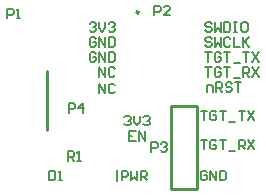
<source format=gto>
G04*
G04 #@! TF.GenerationSoftware,Altium Limited,Altium Designer,19.1.7 (138)*
G04*
G04 Layer_Color=65535*
%FSLAX25Y25*%
%MOIN*%
G70*
G01*
G75*
%ADD10C,0.00984*%
%ADD11C,0.00591*%
%ADD12C,0.01000*%
D10*
X51394Y-3500D02*
G03*
X51394Y-3500I-394J0D01*
G01*
D11*
X43980Y-59734D02*
Y-56150D01*
X46591Y-38590D02*
X47115Y-38065D01*
X48165D01*
X48690Y-38590D01*
Y-39115D01*
X48165Y-39640D01*
X47640D01*
X48165D01*
X48690Y-40164D01*
Y-40689D01*
X48165Y-41214D01*
X47115D01*
X46591Y-40689D01*
X49739Y-38065D02*
Y-40164D01*
X50789Y-41214D01*
X51838Y-40164D01*
Y-38065D01*
X52888Y-38590D02*
X53412Y-38065D01*
X54462D01*
X54987Y-38590D01*
Y-39115D01*
X54462Y-39640D01*
X53937D01*
X54462D01*
X54987Y-40164D01*
Y-40689D01*
X54462Y-41214D01*
X53412D01*
X52888Y-40689D01*
X50264Y-43261D02*
X48165D01*
Y-46409D01*
X50264D01*
X48165Y-44835D02*
X49214D01*
X51313Y-46409D02*
Y-43261D01*
X53412Y-46409D01*
Y-43261D01*
X74000Y-30000D02*
Y-27901D01*
X75574D01*
X76099Y-28426D01*
Y-30000D01*
X77149D02*
Y-26851D01*
X78723D01*
X79248Y-27376D01*
Y-28426D01*
X78723Y-28951D01*
X77149D01*
X78198D02*
X79248Y-30000D01*
X82396Y-27376D02*
X81871Y-26851D01*
X80822D01*
X80297Y-27376D01*
Y-27901D01*
X80822Y-28426D01*
X81871D01*
X82396Y-28951D01*
Y-29475D01*
X81871Y-30000D01*
X80822D01*
X80297Y-29475D01*
X83446Y-26851D02*
X85545D01*
X84495D01*
Y-30000D01*
X38149Y-30500D02*
Y-27351D01*
X40248Y-30500D01*
Y-27351D01*
X43396Y-27876D02*
X42871Y-27351D01*
X41822D01*
X41297Y-27876D01*
Y-29975D01*
X41822Y-30500D01*
X42871D01*
X43396Y-29975D01*
X73500Y-21851D02*
X75599D01*
X74550D01*
Y-25000D01*
X78748Y-22376D02*
X78223Y-21851D01*
X77173D01*
X76649Y-22376D01*
Y-24475D01*
X77173Y-25000D01*
X78223D01*
X78748Y-24475D01*
Y-23426D01*
X77698D01*
X79797Y-21851D02*
X81896D01*
X80847D01*
Y-25000D01*
X82946Y-25525D02*
X85045D01*
X86094Y-25000D02*
Y-21851D01*
X87669D01*
X88193Y-22376D01*
Y-23426D01*
X87669Y-23950D01*
X86094D01*
X87144D02*
X88193Y-25000D01*
X89243Y-21851D02*
X91342Y-25000D01*
Y-21851D02*
X89243Y-25000D01*
X38149D02*
Y-21851D01*
X40248Y-25000D01*
Y-21851D01*
X43396Y-22376D02*
X42871Y-21851D01*
X41822D01*
X41297Y-22376D01*
Y-24475D01*
X41822Y-25000D01*
X42871D01*
X43396Y-24475D01*
X73500Y-16851D02*
X75599D01*
X74550D01*
Y-20000D01*
X78748Y-17376D02*
X78223Y-16851D01*
X77173D01*
X76649Y-17376D01*
Y-19475D01*
X77173Y-20000D01*
X78223D01*
X78748Y-19475D01*
Y-18426D01*
X77698D01*
X79797Y-16851D02*
X81896D01*
X80847D01*
Y-20000D01*
X82946Y-20525D02*
X85045D01*
X86094Y-16851D02*
X88193D01*
X87144D01*
Y-20000D01*
X89243Y-16851D02*
X91342Y-20000D01*
Y-16851D02*
X89243Y-20000D01*
X37099Y-17376D02*
X36574Y-16851D01*
X35525D01*
X35000Y-17376D01*
Y-19475D01*
X35525Y-20000D01*
X36574D01*
X37099Y-19475D01*
Y-18426D01*
X36050D01*
X38149Y-20000D02*
Y-16851D01*
X40248Y-20000D01*
Y-16851D01*
X41297D02*
Y-20000D01*
X42871D01*
X43396Y-19475D01*
Y-17376D01*
X42871Y-16851D01*
X41297D01*
X75599Y-12376D02*
X75074Y-11851D01*
X74025D01*
X73500Y-12376D01*
Y-12901D01*
X74025Y-13426D01*
X75074D01*
X75599Y-13950D01*
Y-14475D01*
X75074Y-15000D01*
X74025D01*
X73500Y-14475D01*
X76649Y-11851D02*
Y-15000D01*
X77698Y-13950D01*
X78748Y-15000D01*
Y-11851D01*
X81896Y-12376D02*
X81371Y-11851D01*
X80322D01*
X79797Y-12376D01*
Y-14475D01*
X80322Y-15000D01*
X81371D01*
X81896Y-14475D01*
X82946Y-11851D02*
Y-15000D01*
X85045D01*
X86094Y-11851D02*
Y-15000D01*
Y-13950D01*
X88193Y-11851D01*
X86619Y-13426D01*
X88193Y-15000D01*
X37099Y-12376D02*
X36574Y-11851D01*
X35525D01*
X35000Y-12376D01*
Y-14475D01*
X35525Y-15000D01*
X36574D01*
X37099Y-14475D01*
Y-13426D01*
X36050D01*
X38149Y-15000D02*
Y-11851D01*
X40248Y-15000D01*
Y-11851D01*
X41297D02*
Y-15000D01*
X42871D01*
X43396Y-14475D01*
Y-12376D01*
X42871Y-11851D01*
X41297D01*
X75599Y-7376D02*
X75074Y-6851D01*
X74025D01*
X73500Y-7376D01*
Y-7901D01*
X74025Y-8426D01*
X75074D01*
X75599Y-8951D01*
Y-9475D01*
X75074Y-10000D01*
X74025D01*
X73500Y-9475D01*
X76649Y-6851D02*
Y-10000D01*
X77698Y-8951D01*
X78748Y-10000D01*
Y-6851D01*
X79797D02*
Y-10000D01*
X81371D01*
X81896Y-9475D01*
Y-7376D01*
X81371Y-6851D01*
X79797D01*
X82946D02*
X83995D01*
X83470D01*
Y-10000D01*
X82946D01*
X83995D01*
X87144Y-6851D02*
X86094D01*
X85570Y-7376D01*
Y-9475D01*
X86094Y-10000D01*
X87144D01*
X87669Y-9475D01*
Y-7376D01*
X87144Y-6851D01*
X35000Y-7376D02*
X35525Y-6851D01*
X36574D01*
X37099Y-7376D01*
Y-7901D01*
X36574Y-8426D01*
X36050D01*
X36574D01*
X37099Y-8951D01*
Y-9475D01*
X36574Y-10000D01*
X35525D01*
X35000Y-9475D01*
X38149Y-6851D02*
Y-8951D01*
X39198Y-10000D01*
X40248Y-8951D01*
Y-6851D01*
X41297Y-7376D02*
X41822Y-6851D01*
X42871D01*
X43396Y-7376D01*
Y-7901D01*
X42871Y-8426D01*
X42347D01*
X42871D01*
X43396Y-8951D01*
Y-9475D01*
X42871Y-10000D01*
X41822D01*
X41297Y-9475D01*
X45657Y-59539D02*
Y-56391D01*
X47232D01*
X47756Y-56915D01*
Y-57965D01*
X47232Y-58490D01*
X45657D01*
X48806Y-56391D02*
Y-59539D01*
X49856Y-58490D01*
X50905Y-59539D01*
Y-56391D01*
X51955Y-59539D02*
Y-56391D01*
X53529D01*
X54054Y-56915D01*
Y-57965D01*
X53529Y-58490D01*
X51955D01*
X53004D02*
X54054Y-59539D01*
X72000Y-36351D02*
X74099D01*
X73049D01*
Y-39500D01*
X77248Y-36876D02*
X76723Y-36351D01*
X75673D01*
X75149Y-36876D01*
Y-38975D01*
X75673Y-39500D01*
X76723D01*
X77248Y-38975D01*
Y-37926D01*
X76198D01*
X78297Y-36351D02*
X80396D01*
X79347D01*
Y-39500D01*
X81446Y-40025D02*
X83545D01*
X84594Y-36351D02*
X86693D01*
X85644D01*
Y-39500D01*
X87743Y-36351D02*
X89842Y-39500D01*
Y-36351D02*
X87743Y-39500D01*
X72000Y-46089D02*
X74099D01*
X73049D01*
Y-49238D01*
X77248Y-46614D02*
X76723Y-46089D01*
X75673D01*
X75149Y-46614D01*
Y-48713D01*
X75673Y-49238D01*
X76723D01*
X77248Y-48713D01*
Y-47663D01*
X76198D01*
X78297Y-46089D02*
X80396D01*
X79347D01*
Y-49238D01*
X81446Y-49762D02*
X83545D01*
X84594Y-49238D02*
Y-46089D01*
X86169D01*
X86693Y-46614D01*
Y-47663D01*
X86169Y-48188D01*
X84594D01*
X85644D02*
X86693Y-49238D01*
X87743Y-46089D02*
X89842Y-49238D01*
Y-46089D02*
X87743Y-49238D01*
X74099Y-56876D02*
X73574Y-56351D01*
X72525D01*
X72000Y-56876D01*
Y-58975D01*
X72525Y-59500D01*
X73574D01*
X74099Y-58975D01*
Y-57926D01*
X73049D01*
X75149Y-59500D02*
Y-56351D01*
X77248Y-59500D01*
Y-56351D01*
X78297D02*
Y-59500D01*
X79871D01*
X80396Y-58975D01*
Y-56876D01*
X79871Y-56351D01*
X78297D01*
X28000Y-37000D02*
Y-33851D01*
X29574D01*
X30099Y-34376D01*
Y-35426D01*
X29574Y-35950D01*
X28000D01*
X32723Y-37000D02*
Y-33851D01*
X31149Y-35426D01*
X33248D01*
X27752Y-53000D02*
Y-49851D01*
X29326D01*
X29851Y-50376D01*
Y-51426D01*
X29326Y-51951D01*
X27752D01*
X28801D02*
X29851Y-53000D01*
X30900D02*
X31950D01*
X31425D01*
Y-49851D01*
X30900Y-50376D01*
X55500Y-50000D02*
Y-46851D01*
X57074D01*
X57599Y-47376D01*
Y-48426D01*
X57074Y-48950D01*
X55500D01*
X58649Y-47376D02*
X59173Y-46851D01*
X60223D01*
X60748Y-47376D01*
Y-47901D01*
X60223Y-48426D01*
X59698D01*
X60223D01*
X60748Y-48950D01*
Y-49475D01*
X60223Y-50000D01*
X59173D01*
X58649Y-49475D01*
X21455Y-56391D02*
Y-59539D01*
X23029D01*
X23554Y-59015D01*
Y-56915D01*
X23029Y-56391D01*
X21455D01*
X24603Y-59539D02*
X25653D01*
X25128D01*
Y-56391D01*
X24603Y-56915D01*
X7500Y-5500D02*
Y-2351D01*
X9074D01*
X9599Y-2876D01*
Y-3926D01*
X9074Y-4451D01*
X7500D01*
X10649Y-5500D02*
X11698D01*
X11173D01*
Y-2351D01*
X10649Y-2876D01*
X56500Y-4500D02*
Y-1351D01*
X58074D01*
X58599Y-1876D01*
Y-2926D01*
X58074Y-3450D01*
X56500D01*
X61748Y-4500D02*
X59649D01*
X61748Y-2401D01*
Y-1876D01*
X61223Y-1351D01*
X60173D01*
X59649Y-1876D01*
D12*
X70768Y-62421D02*
Y-62020D01*
Y-34740D01*
X62185Y-62421D02*
X70768D01*
X62185Y-34740D02*
X70768D01*
X62185Y-62421D02*
Y-34740D01*
X20906Y-42658D02*
Y-22972D01*
M02*

</source>
